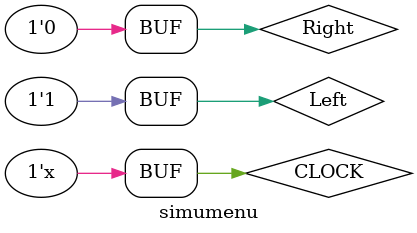
<source format=v>
`timescale 1ns / 1ps


module simumenu(

    );
    
    
    
     reg CLOCK;
     reg reset;
     reg Left,Right;    
             draw_menu sg (CLOCK,0,1,Left,Right);
     initial begin
         CLOCK = 0;
     end
     
     
      always begin
            #5 CLOCK = ~CLOCK;            
       end 
       
       always begin
             Left = 0; Right = 1; #50;
             Left = 1; Right = 0; #50;       
        end      
endmodule

</source>
